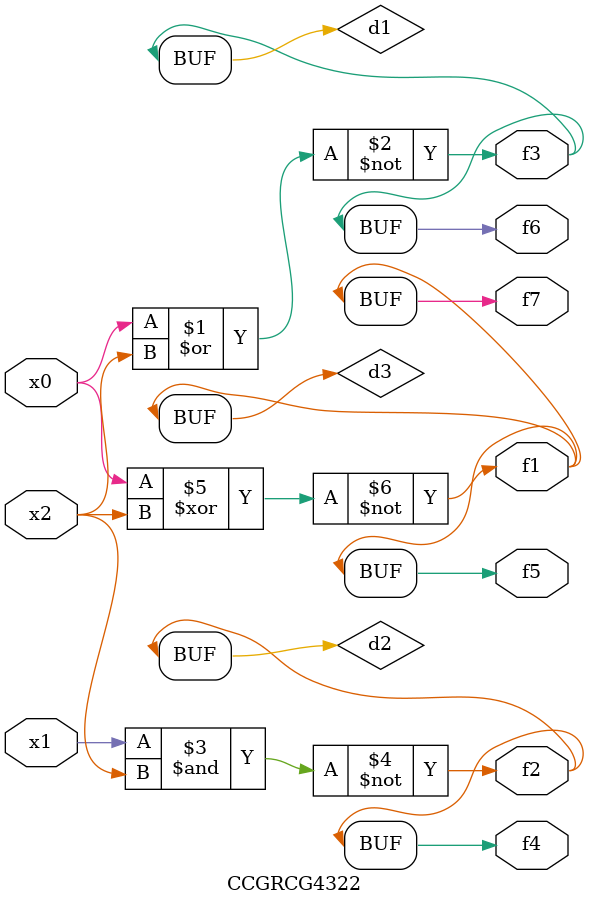
<source format=v>
module CCGRCG4322(
	input x0, x1, x2,
	output f1, f2, f3, f4, f5, f6, f7
);

	wire d1, d2, d3;

	nor (d1, x0, x2);
	nand (d2, x1, x2);
	xnor (d3, x0, x2);
	assign f1 = d3;
	assign f2 = d2;
	assign f3 = d1;
	assign f4 = d2;
	assign f5 = d3;
	assign f6 = d1;
	assign f7 = d3;
endmodule

</source>
